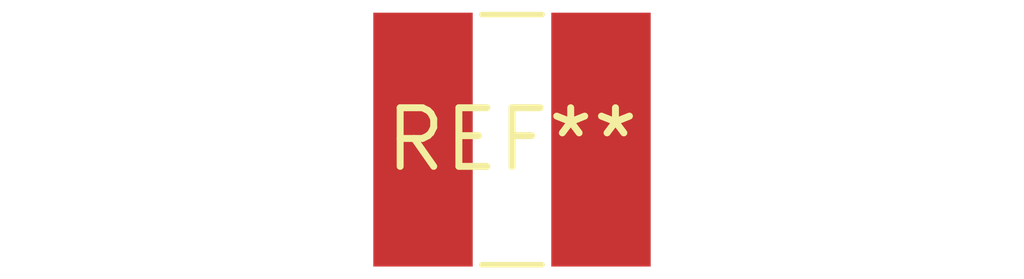
<source format=kicad_pcb>
(kicad_pcb (version 20240108) (generator pcbnew)
  (layers (0 "F.Cu" signal) (31 "B.Cu" signal) (34 "B.Paste" user) (35 "F.Paste" user) (36 "B.SilkS" user "B.Silkscreen") (37 "F.SilkS" user "F.Silkscreen") (38 "B.Mask" user) (39 "F.Mask" user) (44 "Edge.Cuts" user))
  (net 0 "")
  (footprint "L_Ferrocore_DLG-0504" (layer "F.Cu") (at 0 0)
    (property "Reference" "REF**")
    (property "Value" "L_Ferrocore_DLG-0504")
    (fp_line (start -0.65 -2.71) (end 0.65 -2.71) (layer "F.SilkS") (stroke (width 0.12)))
    (fp_line (start -0.65 2.71) (end 0.65 2.71) (layer "F.SilkS") (stroke (width 0.12)))
    (pad "1" smd rect (at -1.925 0) (size 2.15 5.5) (layers "F.Cu" "F.Paste" "F.Mask"))
    (pad "2" smd rect (at 1.925 0) (size 2.15 5.5) (layers "F.Cu" "F.Paste" "F.Mask"))
  )
)
</source>
